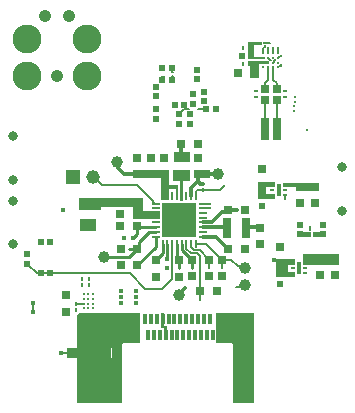
<source format=gbl>
G04*
G04 #@! TF.GenerationSoftware,Altium Limited,Altium Designer,24.9.1 (31)*
G04*
G04 Layer_Physical_Order=8*
G04 Layer_Color=16711680*
%FSLAX44Y44*%
%MOMM*%
G71*
G04*
G04 #@! TF.SameCoordinates,7AD2B3B8-D285-4593-8982-C88D0E3F9F4F*
G04*
G04*
G04 #@! TF.FilePolarity,Positive*
G04*
G01*
G75*
%ADD10C,0.2000*%
%ADD12C,0.1500*%
%ADD13C,0.2500*%
%ADD19R,0.4500X0.4500*%
%ADD23R,0.3000X0.2800*%
%ADD24R,0.2500X0.3500*%
%ADD25R,0.3500X0.2500*%
%ADD27R,0.4725X0.4682*%
%ADD28R,0.2800X0.3000*%
%ADD32R,0.4682X0.4725*%
%ADD36C,1.0000*%
%ADD76C,1.0395*%
%ADD84R,1.1500X1.1500*%
%ADD85C,1.1500*%
G04:AMPARAMS|DCode=86|XSize=1mm|YSize=1.6mm|CornerRadius=0.5mm|HoleSize=0mm|Usage=FLASHONLY|Rotation=180.000|XOffset=0mm|YOffset=0mm|HoleType=Round|Shape=RoundedRectangle|*
%AMROUNDEDRECTD86*
21,1,1.0000,0.6000,0,0,180.0*
21,1,0.0000,1.6000,0,0,180.0*
1,1,1.0000,0.0000,0.3000*
1,1,1.0000,0.0000,0.3000*
1,1,1.0000,0.0000,-0.3000*
1,1,1.0000,0.0000,-0.3000*
%
%ADD86ROUNDEDRECTD86*%
G04:AMPARAMS|DCode=87|XSize=1.2mm|YSize=0.6mm|CornerRadius=0.3mm|HoleSize=0mm|Usage=FLASHONLY|Rotation=180.000|XOffset=0mm|YOffset=0mm|HoleType=Round|Shape=RoundedRectangle|*
%AMROUNDEDRECTD87*
21,1,1.2000,0.0000,0,0,180.0*
21,1,0.6000,0.6000,0,0,180.0*
1,1,0.6000,-0.3000,0.0000*
1,1,0.6000,0.3000,0.0000*
1,1,0.6000,0.3000,0.0000*
1,1,0.6000,-0.3000,0.0000*
%
%ADD87ROUNDEDRECTD87*%
G04:AMPARAMS|DCode=88|XSize=0.6mm|YSize=1.6mm|CornerRadius=0.3mm|HoleSize=0mm|Usage=FLASHONLY|Rotation=180.000|XOffset=0mm|YOffset=0mm|HoleType=Round|Shape=RoundedRectangle|*
%AMROUNDEDRECTD88*
21,1,0.6000,1.0000,0,0,180.0*
21,1,0.0000,1.6000,0,0,180.0*
1,1,0.6000,0.0000,0.5000*
1,1,0.6000,0.0000,0.5000*
1,1,0.6000,0.0000,-0.5000*
1,1,0.6000,0.0000,-0.5000*
%
%ADD88ROUNDEDRECTD88*%
%ADD91C,0.8000*%
%ADD98C,1.0670*%
%ADD99C,2.4510*%
%ADD100C,0.2500*%
%ADD101C,0.4500*%
%ADD112R,0.4500X0.4500*%
%ADD113R,0.5500X0.5500*%
%ADD114R,0.7000X0.7000*%
%ADD115C,0.1658*%
%ADD116R,0.4000X1.0800*%
%ADD117R,0.3500X0.2400*%
%ADD118R,0.6500X0.6500*%
G04:AMPARAMS|DCode=119|XSize=0.71mm|YSize=0.22mm|CornerRadius=0.0275mm|HoleSize=0mm|Usage=FLASHONLY|Rotation=0.000|XOffset=0mm|YOffset=0mm|HoleType=Round|Shape=RoundedRectangle|*
%AMROUNDEDRECTD119*
21,1,0.7100,0.1650,0,0,0.0*
21,1,0.6550,0.2200,0,0,0.0*
1,1,0.0550,0.3275,-0.0825*
1,1,0.0550,-0.3275,-0.0825*
1,1,0.0550,-0.3275,0.0825*
1,1,0.0550,0.3275,0.0825*
%
%ADD119ROUNDEDRECTD119*%
G04:AMPARAMS|DCode=120|XSize=0.71mm|YSize=0.22mm|CornerRadius=0.0275mm|HoleSize=0mm|Usage=FLASHONLY|Rotation=90.000|XOffset=0mm|YOffset=0mm|HoleType=Round|Shape=RoundedRectangle|*
%AMROUNDEDRECTD120*
21,1,0.7100,0.1650,0,0,90.0*
21,1,0.6550,0.2200,0,0,90.0*
1,1,0.0550,0.0825,0.3275*
1,1,0.0550,0.0825,-0.3275*
1,1,0.0550,-0.0825,-0.3275*
1,1,0.0550,-0.0825,0.3275*
%
%ADD120ROUNDEDRECTD120*%
%ADD121R,2.9000X2.9000*%
%ADD122R,1.4000X1.0000*%
%ADD123R,1.3700X0.9300*%
%ADD124C,0.2210*%
%ADD125R,0.8000X1.8000*%
%ADD126R,0.6725X0.7154*%
%ADD127R,0.4500X0.3000*%
%ADD128R,0.3000X0.8500*%
%ADD129R,0.3000X0.9500*%
G04:AMPARAMS|DCode=130|XSize=0.76mm|YSize=1.94mm|CornerRadius=0.19mm|HoleSize=0mm|Usage=FLASHONLY|Rotation=0.000|XOffset=0mm|YOffset=0mm|HoleType=Round|Shape=RoundedRectangle|*
%AMROUNDEDRECTD130*
21,1,0.7600,1.5600,0,0,0.0*
21,1,0.3800,1.9400,0,0,0.0*
1,1,0.3800,0.1900,-0.7800*
1,1,0.3800,-0.1900,-0.7800*
1,1,0.3800,-0.1900,0.7800*
1,1,0.3800,0.1900,0.7800*
%
%ADD130ROUNDEDRECTD130*%
%ADD131R,0.9800X0.7800*%
%ADD132C,0.2160*%
%ADD133R,0.7000X0.7000*%
%ADD134C,0.1270*%
%ADD135C,0.1730*%
%ADD136C,0.1870*%
%ADD137C,0.1440*%
%ADD138C,0.1870*%
%ADD139C,0.3000*%
%ADD140C,0.1434*%
%ADD141R,0.2000X0.8000*%
%ADD142R,0.8000X0.2000*%
G36*
X223692Y306090D02*
X217259D01*
Y304970D01*
Y296025D01*
X226293D01*
Y293838D01*
X212027D01*
Y301970D01*
Y304970D01*
Y308590D01*
X223692D01*
Y306090D01*
D02*
G37*
G36*
X230286Y291386D02*
Y290491D01*
X229653Y289858D01*
X221276D01*
Y278318D01*
X214277D01*
Y288726D01*
X212027D01*
Y292018D01*
X229653D01*
X230286Y291386D01*
D02*
G37*
G36*
X179789Y193069D02*
X166267D01*
Y200069D01*
X179789D01*
Y193069D01*
D02*
G37*
G36*
X234640Y185610D02*
X227492D01*
Y180010D01*
X234640D01*
Y175530D01*
X220492D01*
Y190310D01*
X227492Y190310D01*
X233466Y190310D01*
X234640Y190310D01*
X234640Y185610D01*
D02*
G37*
G36*
X272120Y182310D02*
X252420D01*
Y185610D01*
X241640D01*
Y189310D01*
X272120D01*
Y182310D01*
D02*
G37*
G36*
X144936Y199650D02*
Y186945D01*
X153017D01*
Y174240D01*
X150817D01*
Y183751D01*
X144936D01*
Y174240D01*
X139011D01*
X138817Y174434D01*
Y193069D01*
X114697D01*
Y200069D01*
X144517D01*
X144936Y199650D01*
D02*
G37*
G36*
X162767Y191069D02*
X157017D01*
Y174159D01*
X154400D01*
Y191069D01*
X149067D01*
Y200369D01*
X162767D01*
Y191069D01*
D02*
G37*
G36*
X123409Y166362D02*
Y164997D01*
X137403D01*
X137423Y164978D01*
Y158488D01*
X114697D01*
X114658Y158527D01*
X114697Y166334D01*
Y168678D01*
X87492D01*
Y166320D01*
X69447D01*
Y176320D01*
X123409D01*
Y166362D01*
D02*
G37*
G36*
X278024Y143127D02*
X266963D01*
Y147809D01*
X278024D01*
Y143127D01*
D02*
G37*
G36*
X265120D02*
X253749D01*
Y147809D01*
X265120D01*
Y143127D01*
D02*
G37*
G36*
X289499Y119710D02*
X259019D01*
Y128610D01*
X289499D01*
Y119710D01*
D02*
G37*
G36*
X252019D02*
X246439D01*
Y114110D01*
X252019D01*
X252019Y109291D01*
X235509Y109291D01*
Y124410D01*
X252019D01*
Y119710D01*
D02*
G37*
G36*
X141420Y68218D02*
X143920D01*
Y56454D01*
X143756Y56290D01*
X140920D01*
Y66167D01*
X138420D01*
Y78790D01*
X141420D01*
Y68218D01*
D02*
G37*
G36*
X95960Y41170D02*
X59252D01*
Y48970D01*
X95880D01*
X95960Y49050D01*
Y41170D01*
D02*
G37*
G36*
X217170Y2645D02*
X199495D01*
Y52070D01*
X199092Y53042D01*
X198120Y53445D01*
X185467D01*
Y78560D01*
X185697Y78790D01*
X217170D01*
Y2645D01*
D02*
G37*
G36*
X120489Y64703D02*
X120870Y63784D01*
X120870Y62790D01*
Y62790D01*
X120870Y61795D01*
X120489Y60877D01*
Y53445D01*
X106680D01*
X105708Y53042D01*
X105305Y52070D01*
Y2645D01*
X67015D01*
Y40483D01*
X95960D01*
X96446Y40684D01*
X96647Y41170D01*
X96647Y48752D01*
X96647Y48765D01*
X96647Y48765D01*
X96647Y49050D01*
X96647Y49050D01*
X96595Y49176D01*
X96595Y49685D01*
X95960Y49737D01*
X95834Y49685D01*
X95325Y49685D01*
X88825D01*
Y49657D01*
X67015D01*
Y76629D01*
X69176Y78790D01*
X120489D01*
Y64703D01*
D02*
G37*
D10*
X79436Y196244D02*
X88736Y186945D01*
X118581D01*
X131501Y171759D02*
Y174025D01*
X118581Y186945D02*
X131501Y174025D01*
X197846Y124019D02*
X203510Y118355D01*
X208150D01*
X190487Y124019D02*
X197846D01*
X208150Y118355D02*
X209487Y117019D01*
X202160Y101108D02*
X208273D01*
X209487Y102322D01*
X201682Y100630D02*
X202160Y101108D01*
X171697Y97969D02*
Y126939D01*
X190487Y117019D02*
Y124019D01*
X179522Y117019D02*
Y124019D01*
X236786Y234950D02*
Y258874D01*
X226508Y234950D02*
Y259313D01*
X233206Y276603D02*
Y286938D01*
X229206Y276160D02*
Y286938D01*
X233206Y276603D02*
X236348Y273461D01*
X226508D02*
X229206Y276160D01*
X226508Y268885D02*
Y273461D01*
X236348Y259313D02*
X236786Y258874D01*
X236348Y268885D02*
Y273461D01*
X176897Y137609D02*
X190487Y124019D01*
X167917Y137609D02*
X176897D01*
X171697Y90349D02*
Y97969D01*
X160017Y133585D02*
Y137509D01*
X164017Y134708D02*
Y137509D01*
X159917Y137609D02*
X160017Y137509D01*
X163917Y137609D02*
X164017Y137509D01*
X171216Y132324D02*
X179522Y124019D01*
X169091Y129544D02*
X171697Y126939D01*
X131501Y171759D02*
X133767D01*
X164057Y129544D02*
X169091D01*
X166400Y132324D02*
X171216D01*
X164017Y134708D02*
X166400Y132324D01*
X160017Y133585D02*
X164057Y129544D01*
D12*
X44390Y112480D02*
X111957D01*
X125227Y99210D01*
X139417D01*
X147917Y107710D01*
Y137609D01*
X36890Y112480D02*
X44390D01*
X33634D02*
X36890D01*
X25400Y120693D02*
X25422D01*
X33634Y112480D01*
D13*
X133867Y123829D02*
X139917Y129879D01*
Y137609D01*
X118479Y119797D02*
X133867Y135184D01*
Y143659D01*
X151917Y125829D02*
X153917Y123829D01*
X151917Y125829D02*
Y137609D01*
X155917Y132660D02*
Y137609D01*
Y132660D02*
X156999Y131577D01*
Y131444D02*
Y131577D01*
X90170Y125730D02*
X90854Y126414D01*
X111609D01*
X118428Y133234D01*
X164742Y117019D02*
Y124019D01*
X162742Y126019D02*
X164742Y124019D01*
X162424Y126019D02*
X162742D01*
X156999Y131444D02*
X162424Y126019D01*
X111428Y133234D02*
X118428D01*
X119927Y134732D01*
Y139099D01*
X143917Y124829D02*
Y137609D01*
X153917Y116829D02*
Y123829D01*
X119927Y139099D02*
X128487Y147659D01*
X115197Y142559D02*
X118197Y145559D01*
X128487Y147659D02*
X133867D01*
X118197Y145559D02*
Y152239D01*
X118777Y151659D02*
X133867D01*
X118197Y152239D02*
X118777Y151659D01*
D19*
X53882Y45070D02*
D03*
X61502D02*
D03*
X143917Y116829D02*
D03*
Y124829D02*
D03*
D23*
X218858Y261449D02*
D03*
Y266749D02*
D03*
X243740Y266749D02*
D03*
Y261449D02*
D03*
D24*
X173967Y182848D02*
D03*
Y187848D02*
D03*
X77729Y107767D02*
D03*
Y102767D02*
D03*
X71552Y107828D02*
D03*
Y102828D02*
D03*
X66165Y81701D02*
D03*
Y86701D02*
D03*
D25*
X221942Y307340D02*
D03*
X226942D02*
D03*
D27*
X162729Y239068D02*
D03*
Y247111D02*
D03*
X154048Y239341D02*
D03*
Y247384D02*
D03*
X165912Y264372D02*
D03*
Y256329D02*
D03*
X134412Y270734D02*
D03*
Y262691D02*
D03*
X174562Y266217D02*
D03*
Y258174D02*
D03*
X275661Y153511D02*
D03*
Y145468D02*
D03*
X256111Y153511D02*
D03*
Y145468D02*
D03*
X223984Y169828D02*
D03*
Y177871D02*
D03*
X239009Y103588D02*
D03*
Y111631D02*
D03*
X134412Y251405D02*
D03*
Y243362D02*
D03*
X168986Y276746D02*
D03*
Y284789D02*
D03*
X25400Y120693D02*
D03*
Y128736D02*
D03*
D28*
X208127Y303470D02*
D03*
X213426D02*
D03*
X208127Y290226D02*
D03*
X213426D02*
D03*
D32*
X184946Y252044D02*
D03*
X176903D02*
D03*
X139553Y276195D02*
D03*
X147597D02*
D03*
X158069Y255195D02*
D03*
X150026D02*
D03*
X147796Y286833D02*
D03*
X139753D02*
D03*
X214918Y296864D02*
D03*
X206876D02*
D03*
D36*
X90119Y126542D02*
D03*
X209487Y117019D02*
D03*
Y102322D02*
D03*
X153920Y94210D02*
D03*
X101095Y206769D02*
D03*
X186690Y196850D02*
D03*
D76*
X196095Y63565D02*
D03*
X111245D02*
D03*
D84*
X63600Y194120D02*
D03*
D85*
X81180Y194500D02*
D03*
D86*
X98470Y19290D02*
D03*
X208870D02*
D03*
D87*
X193870Y62790D02*
D03*
X113470D02*
D03*
D88*
X110470Y67790D02*
D03*
X196870D02*
D03*
D91*
X13360Y191765D02*
D03*
Y228766D02*
D03*
Y174125D02*
D03*
Y137126D02*
D03*
X291860Y165650D02*
D03*
Y202650D02*
D03*
D98*
X50800Y279400D02*
D03*
X40640Y330200D02*
D03*
X60960D02*
D03*
D99*
X25400Y279400D02*
D03*
X76200D02*
D03*
X25400Y311150D02*
D03*
X76200D02*
D03*
D100*
X235243Y292983D02*
D03*
X240154Y288726D02*
D03*
Y296889D02*
D03*
X251700Y261999D02*
D03*
X226488Y304740D02*
D03*
X229323Y303403D02*
D03*
X237206Y303458D02*
D03*
X233206D02*
D03*
X192110Y186726D02*
D03*
X179789Y167659D02*
D03*
Y171659D02*
D03*
X262300Y234000D02*
D03*
X251534Y250000D02*
D03*
Y254000D02*
D03*
X251700Y257999D02*
D03*
D101*
X140027Y278201D02*
D03*
X164742Y168678D02*
D03*
X165017Y146559D02*
D03*
X142817Y146639D02*
D03*
Y168759D02*
D03*
X154400D02*
D03*
Y146559D02*
D03*
X164742Y157659D02*
D03*
X142817D02*
D03*
X153917D02*
D03*
X234403Y124264D02*
D03*
X55837Y166028D02*
D03*
D112*
X30480Y87239D02*
D03*
Y79619D02*
D03*
X107197Y142559D02*
D03*
X115197D02*
D03*
D113*
X36890Y138980D02*
D03*
Y112480D02*
D03*
X44390Y138980D02*
D03*
Y112480D02*
D03*
D114*
X239009Y120910D02*
D03*
Y134910D02*
D03*
X223992Y200810D02*
D03*
Y186810D02*
D03*
X285999Y111110D02*
D03*
Y125110D02*
D03*
X273299Y111110D02*
D03*
Y125110D02*
D03*
X169767Y196569D02*
D03*
Y210569D02*
D03*
X141017Y196569D02*
D03*
Y210569D02*
D03*
X118197D02*
D03*
Y196569D02*
D03*
X130317Y210569D02*
D03*
Y196569D02*
D03*
X57692Y93929D02*
D03*
Y79929D02*
D03*
X164742Y124019D02*
D03*
Y110019D02*
D03*
X153917Y123829D02*
D03*
Y109829D02*
D03*
X133867Y123829D02*
D03*
Y109829D02*
D03*
X190487Y124019D02*
D03*
Y110019D02*
D03*
X255920Y185810D02*
D03*
Y171810D02*
D03*
X268620Y185810D02*
D03*
Y171810D02*
D03*
X179522Y124019D02*
D03*
Y110019D02*
D03*
X222497Y151309D02*
D03*
Y137309D02*
D03*
D115*
X264291Y145990D02*
D03*
X267791D02*
D03*
X264291Y149489D02*
D03*
X267791D02*
D03*
D116*
X238140Y182810D02*
D03*
X255519Y116910D02*
D03*
D117*
X232890Y186810D02*
D03*
Y182810D02*
D03*
Y178810D02*
D03*
X243390D02*
D03*
Y182810D02*
D03*
Y186810D02*
D03*
X250269Y120910D02*
D03*
Y116910D02*
D03*
Y112910D02*
D03*
X260769D02*
D03*
Y116910D02*
D03*
Y120910D02*
D03*
D118*
X92710Y45800D02*
D03*
Y55800D02*
D03*
D119*
X173967Y171659D02*
D03*
Y143659D02*
D03*
Y167659D02*
D03*
Y163659D02*
D03*
Y159659D02*
D03*
Y155659D02*
D03*
Y151659D02*
D03*
Y147659D02*
D03*
X133867Y143659D02*
D03*
Y147659D02*
D03*
Y151659D02*
D03*
Y155659D02*
D03*
Y159659D02*
D03*
Y163659D02*
D03*
Y167659D02*
D03*
Y171659D02*
D03*
D120*
X167917Y177709D02*
D03*
Y137609D02*
D03*
X163917Y177709D02*
D03*
Y137609D02*
D03*
X159917Y177709D02*
D03*
Y137609D02*
D03*
X155917Y177709D02*
D03*
Y137609D02*
D03*
X151917D02*
D03*
X147917D02*
D03*
X143917D02*
D03*
X139917D02*
D03*
X151917Y177709D02*
D03*
X147917D02*
D03*
X143917D02*
D03*
X139917D02*
D03*
D121*
X153917Y157659D02*
D03*
D122*
X76447Y153540D02*
D03*
Y171320D02*
D03*
D123*
X155917Y211419D02*
D03*
Y195719D02*
D03*
D124*
X80981Y94929D02*
D03*
X76981D02*
D03*
X72981D02*
D03*
X80981Y90929D02*
D03*
X76981D02*
D03*
X72981D02*
D03*
X80981Y86929D02*
D03*
X76981D02*
D03*
X72981D02*
D03*
X80981Y82929D02*
D03*
X76981D02*
D03*
X72981D02*
D03*
D125*
X194487Y150559D02*
D03*
X210487D02*
D03*
D126*
X236348Y268885D02*
D03*
Y259313D02*
D03*
X226508Y268885D02*
D03*
Y259313D02*
D03*
D127*
X104217Y97710D02*
D03*
Y92710D02*
D03*
Y87710D02*
D03*
X117717D02*
D03*
Y92710D02*
D03*
Y97710D02*
D03*
D128*
X182420Y60540D02*
D03*
X177420D02*
D03*
X172420D02*
D03*
X167420D02*
D03*
X162420D02*
D03*
X157420D02*
D03*
X152420D02*
D03*
X147420D02*
D03*
X142420D02*
D03*
X137420D02*
D03*
X132420D02*
D03*
X127420D02*
D03*
D129*
X124920Y74040D02*
D03*
X129920D02*
D03*
X134920D02*
D03*
X139920D02*
D03*
X144920D02*
D03*
X149920D02*
D03*
X154920D02*
D03*
X159920D02*
D03*
X164920D02*
D03*
X169920D02*
D03*
X174920D02*
D03*
X179920D02*
D03*
D130*
X236795Y234950D02*
D03*
X226635D02*
D03*
D131*
X76200Y59070D02*
D03*
Y45070D02*
D03*
D132*
X237206Y286938D02*
D03*
Y290938D02*
D03*
Y294938D02*
D03*
Y298938D02*
D03*
X233206Y286938D02*
D03*
Y290938D02*
D03*
Y294938D02*
D03*
Y298938D02*
D03*
X229206Y286938D02*
D03*
Y290938D02*
D03*
Y294938D02*
D03*
Y298938D02*
D03*
X225206Y286938D02*
D03*
Y290938D02*
D03*
Y294938D02*
D03*
Y298938D02*
D03*
D133*
X104197Y162834D02*
D03*
X118197D02*
D03*
X155767Y222429D02*
D03*
X169767D02*
D03*
X104197Y152239D02*
D03*
X118197D02*
D03*
X118479Y119797D02*
D03*
X104479D02*
D03*
X171697Y97969D02*
D03*
X185697D02*
D03*
X118428Y133234D02*
D03*
X104428D02*
D03*
X195487Y133019D02*
D03*
X209487D02*
D03*
X195487Y166559D02*
D03*
X209487D02*
D03*
X203776Y281818D02*
D03*
X217777D02*
D03*
D134*
X235243Y292980D02*
Y292983D01*
X233206Y290942D02*
X235243Y292980D01*
X238999Y288491D02*
X239919D01*
X240154Y288726D01*
X237447Y286938D02*
X238999Y288491D01*
X237206Y286938D02*
X237447D01*
X239162Y296654D02*
X239919D01*
X240154Y296889D01*
X237447Y294938D02*
X239162Y296654D01*
X237206Y294938D02*
X237447D01*
X231160Y293081D02*
X231256D01*
X229303Y294938D02*
X231160Y293081D01*
X229206Y294938D02*
X229303D01*
X233206Y290938D02*
Y290942D01*
X229206Y298938D02*
X229265Y298997D01*
X225206Y303126D02*
X226488Y304407D01*
X225206Y298938D02*
Y303126D01*
X229265Y298997D02*
Y303345D01*
X229323Y303403D01*
X226488Y304407D02*
Y304740D01*
X237206Y298938D02*
Y303458D01*
X233206Y298938D02*
Y303458D01*
X226942Y307340D02*
X231146D01*
D135*
X173967Y167659D02*
X179789D01*
X173967Y171659D02*
X179789D01*
X169560Y251843D02*
X176702D01*
X169412Y251695D02*
X169560Y251843D01*
X176702D02*
X176903Y252044D01*
X148208Y283363D02*
Y286421D01*
X147796Y286833D02*
X148208Y286421D01*
Y283363D02*
X148355Y283215D01*
D136*
X173967Y182848D02*
X188232D01*
X192110Y186726D01*
X169177Y182848D02*
X173967D01*
X167917Y177709D02*
X168082Y177874D01*
Y181753D02*
X169177Y182848D01*
X168082Y177874D02*
Y181753D01*
X264397Y149595D02*
Y152899D01*
X264517Y153020D01*
X264291Y149489D02*
X264397Y149595D01*
X243390Y175310D02*
Y178810D01*
D137*
X158164Y251478D02*
X160972D01*
X160986Y251493D02*
X162210D01*
X160972Y251478D02*
X160986Y251493D01*
X154069Y247384D02*
X158164Y251478D01*
X162210Y251493D02*
X162412Y251695D01*
X154048Y247384D02*
X154069D01*
D138*
X148234Y276833D02*
Y279575D01*
X147597Y276195D02*
X148234Y276833D01*
Y279575D02*
X148355Y279695D01*
D139*
X102434Y201443D02*
X107308Y196569D01*
X118197D01*
X173717Y188098D02*
X173967Y187848D01*
X169521Y190326D02*
X171749Y188098D01*
X173967Y187848D02*
Y187848D01*
X171749Y188098D02*
X173717D01*
X163917Y184722D02*
X169521Y190326D01*
Y196323D02*
X169767Y196569D01*
X163917Y177709D02*
Y184722D01*
X169521Y190326D02*
Y196323D01*
X177242Y196489D02*
X177422Y196670D01*
X186509D01*
X186690Y196850D01*
X102434Y201443D02*
Y205430D01*
X101095Y206769D02*
X102434Y205430D01*
X159092Y99939D02*
Y100345D01*
X153920Y94768D02*
X159092Y99939D01*
X153920Y94210D02*
Y94768D01*
X177202Y196529D02*
X177242Y196489D01*
X195487Y166559D02*
X202487D01*
X195302Y166374D02*
Y166744D01*
X181360Y155659D02*
X190260Y164559D01*
X173967Y155659D02*
X181360D01*
X173967Y143659D02*
X184847D01*
X211412Y151484D02*
X222497D01*
X193487Y164559D02*
X195302Y166374D01*
X190260Y164559D02*
X193487D01*
X184847Y143659D02*
X195487Y133019D01*
X210487Y150559D02*
X211412Y151484D01*
X193387Y151659D02*
X194487Y150559D01*
X173967Y151659D02*
X193387D01*
X155767Y211569D02*
X155917Y211419D01*
X155767Y211569D02*
Y222429D01*
D140*
X72543Y86701D02*
X72771Y86929D01*
X66165Y86701D02*
X72543D01*
X72771Y86929D02*
X72981D01*
D141*
X30464Y83618D02*
D03*
D142*
X57503Y45054D02*
D03*
M02*

</source>
